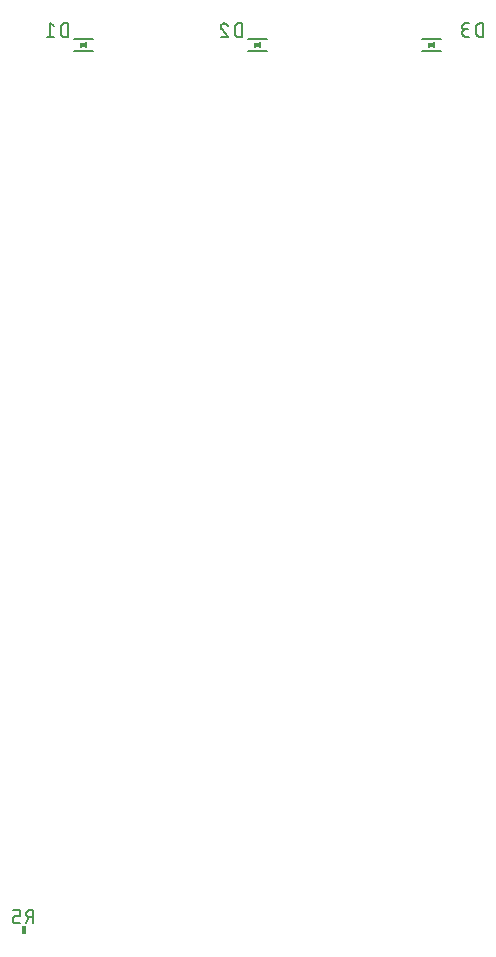
<source format=gbr>
G04 EAGLE Gerber RS-274X export*
G75*
%MOMM*%
%FSLAX34Y34*%
%LPD*%
%INSilkscreen Bottom*%
%IPPOS*%
%AMOC8*
5,1,8,0,0,1.08239X$1,22.5*%
G01*
%ADD10C,0.127000*%
%ADD11C,0.152400*%
%ADD12R,0.406400X0.711200*%

G36*
X911351Y962576D02*
X911351Y962576D01*
X911451Y962579D01*
X911462Y962584D01*
X911475Y962585D01*
X911566Y962626D01*
X911658Y962664D01*
X911668Y962672D01*
X911680Y962678D01*
X911751Y962748D01*
X911824Y962815D01*
X911830Y962827D01*
X911839Y962836D01*
X911881Y962926D01*
X911927Y963015D01*
X911929Y963029D01*
X911934Y963039D01*
X911937Y963086D01*
X911954Y963200D01*
X911954Y967200D01*
X911937Y967298D01*
X911923Y967397D01*
X911917Y967408D01*
X911915Y967421D01*
X911864Y967507D01*
X911817Y967594D01*
X911807Y967603D01*
X911800Y967614D01*
X911723Y967677D01*
X911648Y967743D01*
X911636Y967747D01*
X911626Y967755D01*
X911532Y967787D01*
X911439Y967823D01*
X911426Y967823D01*
X911414Y967827D01*
X911315Y967824D01*
X911215Y967825D01*
X911201Y967821D01*
X911189Y967821D01*
X911146Y967803D01*
X911036Y967767D01*
X907036Y965767D01*
X907001Y965741D01*
X906960Y965722D01*
X906911Y965674D01*
X906857Y965633D01*
X906833Y965596D01*
X906801Y965564D01*
X906772Y965502D01*
X906735Y965445D01*
X906725Y965401D01*
X906706Y965361D01*
X906701Y965293D01*
X906686Y965226D01*
X906692Y965181D01*
X906689Y965137D01*
X906708Y965071D01*
X906717Y965003D01*
X906738Y964964D01*
X906750Y964921D01*
X906791Y964866D01*
X906823Y964806D01*
X906857Y964776D01*
X906883Y964740D01*
X906954Y964691D01*
X906992Y964657D01*
X907013Y964649D01*
X907036Y964633D01*
X911036Y962633D01*
X911132Y962605D01*
X911226Y962573D01*
X911239Y962573D01*
X911252Y962569D01*
X911351Y962576D01*
G37*
G36*
X764031Y962576D02*
X764031Y962576D01*
X764131Y962579D01*
X764142Y962584D01*
X764155Y962585D01*
X764246Y962626D01*
X764338Y962664D01*
X764348Y962672D01*
X764360Y962678D01*
X764431Y962748D01*
X764504Y962815D01*
X764510Y962827D01*
X764519Y962836D01*
X764561Y962926D01*
X764607Y963015D01*
X764609Y963029D01*
X764614Y963039D01*
X764617Y963086D01*
X764634Y963200D01*
X764634Y967200D01*
X764617Y967298D01*
X764603Y967397D01*
X764597Y967408D01*
X764595Y967421D01*
X764544Y967507D01*
X764497Y967594D01*
X764487Y967603D01*
X764480Y967614D01*
X764403Y967677D01*
X764328Y967743D01*
X764316Y967747D01*
X764306Y967755D01*
X764212Y967787D01*
X764119Y967823D01*
X764106Y967823D01*
X764094Y967827D01*
X763995Y967824D01*
X763895Y967825D01*
X763881Y967821D01*
X763869Y967821D01*
X763826Y967803D01*
X763716Y967767D01*
X759716Y965767D01*
X759681Y965741D01*
X759640Y965722D01*
X759591Y965674D01*
X759537Y965633D01*
X759513Y965596D01*
X759481Y965564D01*
X759452Y965502D01*
X759415Y965445D01*
X759405Y965401D01*
X759386Y965361D01*
X759381Y965293D01*
X759366Y965226D01*
X759372Y965181D01*
X759369Y965137D01*
X759388Y965071D01*
X759397Y965003D01*
X759418Y964964D01*
X759430Y964921D01*
X759471Y964866D01*
X759503Y964806D01*
X759537Y964776D01*
X759563Y964740D01*
X759634Y964691D01*
X759672Y964657D01*
X759693Y964649D01*
X759716Y964633D01*
X763716Y962633D01*
X763812Y962605D01*
X763906Y962573D01*
X763919Y962573D01*
X763932Y962569D01*
X764031Y962576D01*
G37*
G36*
X616711Y962576D02*
X616711Y962576D01*
X616811Y962579D01*
X616822Y962584D01*
X616835Y962585D01*
X616926Y962626D01*
X617018Y962664D01*
X617028Y962672D01*
X617040Y962678D01*
X617111Y962748D01*
X617184Y962815D01*
X617190Y962827D01*
X617199Y962836D01*
X617241Y962926D01*
X617287Y963015D01*
X617289Y963029D01*
X617294Y963039D01*
X617297Y963086D01*
X617314Y963200D01*
X617314Y967200D01*
X617297Y967298D01*
X617283Y967397D01*
X617277Y967408D01*
X617275Y967421D01*
X617224Y967507D01*
X617177Y967594D01*
X617167Y967603D01*
X617160Y967614D01*
X617083Y967677D01*
X617008Y967743D01*
X616996Y967747D01*
X616986Y967755D01*
X616892Y967787D01*
X616799Y967823D01*
X616786Y967823D01*
X616774Y967827D01*
X616675Y967824D01*
X616575Y967825D01*
X616561Y967821D01*
X616549Y967821D01*
X616506Y967803D01*
X616396Y967767D01*
X612396Y965767D01*
X612361Y965741D01*
X612320Y965722D01*
X612271Y965674D01*
X612217Y965633D01*
X612193Y965596D01*
X612161Y965564D01*
X612132Y965502D01*
X612095Y965445D01*
X612085Y965401D01*
X612066Y965361D01*
X612061Y965293D01*
X612046Y965226D01*
X612052Y965181D01*
X612049Y965137D01*
X612068Y965071D01*
X612077Y965003D01*
X612098Y964964D01*
X612110Y964921D01*
X612151Y964866D01*
X612183Y964806D01*
X612217Y964776D01*
X612243Y964740D01*
X612314Y964691D01*
X612352Y964657D01*
X612373Y964649D01*
X612396Y964633D01*
X616396Y962633D01*
X616492Y962605D01*
X616586Y962573D01*
X616599Y962573D01*
X616612Y962569D01*
X616711Y962576D01*
G37*
D10*
X622680Y970200D02*
X606680Y970200D01*
X606680Y960200D02*
X622680Y960200D01*
X612680Y963200D02*
X612680Y967200D01*
D11*
X601218Y972312D02*
X601218Y983488D01*
X598114Y983488D01*
X598003Y983486D01*
X597893Y983480D01*
X597782Y983470D01*
X597672Y983456D01*
X597563Y983439D01*
X597454Y983417D01*
X597346Y983392D01*
X597240Y983362D01*
X597134Y983329D01*
X597029Y983292D01*
X596926Y983252D01*
X596825Y983207D01*
X596725Y983160D01*
X596626Y983108D01*
X596530Y983053D01*
X596436Y982995D01*
X596344Y982934D01*
X596254Y982869D01*
X596166Y982801D01*
X596081Y982730D01*
X595999Y982656D01*
X595919Y982579D01*
X595842Y982499D01*
X595768Y982417D01*
X595697Y982332D01*
X595629Y982244D01*
X595564Y982154D01*
X595503Y982062D01*
X595445Y981968D01*
X595390Y981872D01*
X595338Y981773D01*
X595291Y981673D01*
X595246Y981572D01*
X595206Y981469D01*
X595169Y981364D01*
X595136Y981258D01*
X595106Y981152D01*
X595081Y981044D01*
X595059Y980935D01*
X595042Y980826D01*
X595028Y980716D01*
X595018Y980605D01*
X595012Y980495D01*
X595010Y980384D01*
X595009Y980384D02*
X595009Y975416D01*
X595010Y975416D02*
X595012Y975305D01*
X595018Y975195D01*
X595028Y975084D01*
X595042Y974974D01*
X595059Y974865D01*
X595081Y974756D01*
X595106Y974648D01*
X595136Y974542D01*
X595169Y974436D01*
X595206Y974331D01*
X595246Y974228D01*
X595291Y974127D01*
X595338Y974027D01*
X595390Y973928D01*
X595445Y973832D01*
X595503Y973738D01*
X595564Y973646D01*
X595629Y973556D01*
X595697Y973468D01*
X595768Y973383D01*
X595842Y973301D01*
X595919Y973221D01*
X595999Y973144D01*
X596081Y973070D01*
X596166Y972999D01*
X596254Y972931D01*
X596344Y972866D01*
X596436Y972805D01*
X596530Y972747D01*
X596626Y972692D01*
X596725Y972640D01*
X596825Y972593D01*
X596926Y972548D01*
X597029Y972508D01*
X597134Y972471D01*
X597240Y972438D01*
X597346Y972408D01*
X597454Y972383D01*
X597563Y972361D01*
X597672Y972344D01*
X597782Y972330D01*
X597893Y972320D01*
X598003Y972314D01*
X598114Y972312D01*
X601218Y972312D01*
X589407Y981004D02*
X586303Y983488D01*
X586303Y972312D01*
X589407Y972312D02*
X583198Y972312D01*
D10*
X754000Y970200D02*
X770000Y970200D01*
X770000Y960200D02*
X754000Y960200D01*
X760000Y963200D02*
X760000Y967200D01*
D11*
X748538Y972312D02*
X748538Y983488D01*
X745434Y983488D01*
X745323Y983486D01*
X745213Y983480D01*
X745102Y983470D01*
X744992Y983456D01*
X744883Y983439D01*
X744774Y983417D01*
X744666Y983392D01*
X744560Y983362D01*
X744454Y983329D01*
X744349Y983292D01*
X744246Y983252D01*
X744145Y983207D01*
X744045Y983160D01*
X743946Y983108D01*
X743850Y983053D01*
X743756Y982995D01*
X743664Y982934D01*
X743574Y982869D01*
X743486Y982801D01*
X743401Y982730D01*
X743319Y982656D01*
X743239Y982579D01*
X743162Y982499D01*
X743088Y982417D01*
X743017Y982332D01*
X742949Y982244D01*
X742884Y982154D01*
X742823Y982062D01*
X742765Y981968D01*
X742710Y981872D01*
X742658Y981773D01*
X742611Y981673D01*
X742566Y981572D01*
X742526Y981469D01*
X742489Y981364D01*
X742456Y981258D01*
X742426Y981152D01*
X742401Y981044D01*
X742379Y980935D01*
X742362Y980826D01*
X742348Y980716D01*
X742338Y980605D01*
X742332Y980495D01*
X742330Y980384D01*
X742329Y980384D02*
X742329Y975416D01*
X742330Y975416D02*
X742332Y975305D01*
X742338Y975195D01*
X742348Y975084D01*
X742362Y974974D01*
X742379Y974865D01*
X742401Y974756D01*
X742426Y974648D01*
X742456Y974542D01*
X742489Y974436D01*
X742526Y974331D01*
X742566Y974228D01*
X742611Y974127D01*
X742658Y974027D01*
X742710Y973928D01*
X742765Y973832D01*
X742823Y973738D01*
X742884Y973646D01*
X742949Y973556D01*
X743017Y973468D01*
X743088Y973383D01*
X743162Y973301D01*
X743239Y973221D01*
X743319Y973144D01*
X743401Y973070D01*
X743486Y972999D01*
X743574Y972931D01*
X743664Y972866D01*
X743756Y972805D01*
X743850Y972747D01*
X743946Y972692D01*
X744045Y972640D01*
X744145Y972593D01*
X744246Y972548D01*
X744349Y972508D01*
X744454Y972471D01*
X744560Y972438D01*
X744666Y972408D01*
X744774Y972383D01*
X744883Y972361D01*
X744992Y972344D01*
X745102Y972330D01*
X745213Y972320D01*
X745323Y972314D01*
X745434Y972312D01*
X748538Y972312D01*
X733312Y983488D02*
X733208Y983486D01*
X733103Y983480D01*
X732999Y983470D01*
X732896Y983457D01*
X732793Y983439D01*
X732690Y983418D01*
X732589Y983393D01*
X732488Y983364D01*
X732389Y983331D01*
X732291Y983295D01*
X732195Y983255D01*
X732100Y983211D01*
X732006Y983164D01*
X731915Y983114D01*
X731826Y983060D01*
X731738Y983003D01*
X731653Y982942D01*
X731570Y982878D01*
X731490Y982812D01*
X731412Y982742D01*
X731336Y982670D01*
X731264Y982594D01*
X731194Y982516D01*
X731128Y982436D01*
X731064Y982353D01*
X731003Y982268D01*
X730946Y982180D01*
X730892Y982091D01*
X730842Y982000D01*
X730795Y981906D01*
X730751Y981811D01*
X730711Y981715D01*
X730675Y981617D01*
X730642Y981518D01*
X730613Y981417D01*
X730588Y981316D01*
X730567Y981213D01*
X730549Y981110D01*
X730536Y981007D01*
X730526Y980903D01*
X730520Y980798D01*
X730518Y980694D01*
X733312Y983489D02*
X733431Y983487D01*
X733549Y983481D01*
X733668Y983471D01*
X733786Y983458D01*
X733903Y983440D01*
X734020Y983418D01*
X734136Y983393D01*
X734251Y983364D01*
X734366Y983331D01*
X734479Y983294D01*
X734590Y983254D01*
X734701Y983210D01*
X734809Y983162D01*
X734916Y983111D01*
X735022Y983056D01*
X735125Y982997D01*
X735227Y982936D01*
X735326Y982871D01*
X735424Y982802D01*
X735518Y982731D01*
X735611Y982656D01*
X735701Y982579D01*
X735788Y982498D01*
X735873Y982415D01*
X735955Y982329D01*
X736034Y982240D01*
X736110Y982149D01*
X736183Y982055D01*
X736252Y981959D01*
X736319Y981860D01*
X736382Y981760D01*
X736442Y981657D01*
X736499Y981553D01*
X736551Y981446D01*
X736601Y981338D01*
X736647Y981229D01*
X736689Y981117D01*
X736727Y981005D01*
X731449Y978521D02*
X731374Y978595D01*
X731302Y978672D01*
X731232Y978751D01*
X731165Y978833D01*
X731101Y978917D01*
X731040Y979003D01*
X730982Y979091D01*
X730927Y979182D01*
X730875Y979274D01*
X730827Y979368D01*
X730782Y979463D01*
X730740Y979561D01*
X730702Y979659D01*
X730667Y979759D01*
X730636Y979860D01*
X730609Y979962D01*
X730585Y980065D01*
X730564Y980168D01*
X730548Y980273D01*
X730535Y980378D01*
X730525Y980483D01*
X730520Y980588D01*
X730518Y980694D01*
X731449Y978521D02*
X736727Y972312D01*
X730518Y972312D01*
D10*
X901320Y970200D02*
X917320Y970200D01*
X917320Y960200D02*
X901320Y960200D01*
X907320Y963200D02*
X907320Y967200D01*
D11*
X953008Y972312D02*
X953008Y983488D01*
X949904Y983488D01*
X949793Y983486D01*
X949683Y983480D01*
X949572Y983470D01*
X949462Y983456D01*
X949353Y983439D01*
X949244Y983417D01*
X949136Y983392D01*
X949030Y983362D01*
X948924Y983329D01*
X948819Y983292D01*
X948716Y983252D01*
X948615Y983207D01*
X948515Y983160D01*
X948416Y983108D01*
X948320Y983053D01*
X948226Y982995D01*
X948134Y982934D01*
X948044Y982869D01*
X947956Y982801D01*
X947871Y982730D01*
X947789Y982656D01*
X947709Y982579D01*
X947632Y982499D01*
X947558Y982417D01*
X947487Y982332D01*
X947419Y982244D01*
X947354Y982154D01*
X947293Y982062D01*
X947235Y981968D01*
X947180Y981872D01*
X947128Y981773D01*
X947081Y981673D01*
X947036Y981572D01*
X946996Y981469D01*
X946959Y981364D01*
X946926Y981258D01*
X946896Y981152D01*
X946871Y981044D01*
X946849Y980935D01*
X946832Y980826D01*
X946818Y980716D01*
X946808Y980605D01*
X946802Y980495D01*
X946800Y980384D01*
X946799Y980384D02*
X946799Y975416D01*
X946800Y975416D02*
X946802Y975305D01*
X946808Y975195D01*
X946818Y975084D01*
X946832Y974974D01*
X946849Y974865D01*
X946871Y974756D01*
X946896Y974648D01*
X946926Y974542D01*
X946959Y974436D01*
X946996Y974331D01*
X947036Y974228D01*
X947081Y974127D01*
X947128Y974027D01*
X947180Y973928D01*
X947235Y973832D01*
X947293Y973738D01*
X947354Y973646D01*
X947419Y973556D01*
X947487Y973468D01*
X947558Y973383D01*
X947632Y973301D01*
X947709Y973221D01*
X947789Y973144D01*
X947871Y973070D01*
X947956Y972999D01*
X948044Y972931D01*
X948134Y972866D01*
X948226Y972805D01*
X948320Y972747D01*
X948416Y972692D01*
X948515Y972640D01*
X948615Y972593D01*
X948716Y972548D01*
X948819Y972508D01*
X948924Y972471D01*
X949030Y972438D01*
X949136Y972408D01*
X949244Y972383D01*
X949353Y972361D01*
X949462Y972344D01*
X949572Y972330D01*
X949683Y972320D01*
X949793Y972314D01*
X949904Y972312D01*
X953008Y972312D01*
X941197Y972312D02*
X938093Y972312D01*
X937982Y972314D01*
X937872Y972320D01*
X937761Y972330D01*
X937651Y972344D01*
X937542Y972361D01*
X937433Y972383D01*
X937325Y972408D01*
X937219Y972438D01*
X937113Y972471D01*
X937008Y972508D01*
X936905Y972548D01*
X936804Y972593D01*
X936704Y972640D01*
X936605Y972692D01*
X936509Y972747D01*
X936415Y972805D01*
X936323Y972866D01*
X936233Y972931D01*
X936145Y972999D01*
X936060Y973070D01*
X935978Y973144D01*
X935898Y973221D01*
X935821Y973301D01*
X935747Y973383D01*
X935676Y973468D01*
X935608Y973556D01*
X935543Y973646D01*
X935482Y973738D01*
X935424Y973832D01*
X935369Y973928D01*
X935317Y974027D01*
X935270Y974127D01*
X935225Y974228D01*
X935185Y974331D01*
X935148Y974436D01*
X935115Y974542D01*
X935085Y974648D01*
X935060Y974756D01*
X935038Y974865D01*
X935021Y974974D01*
X935007Y975084D01*
X934997Y975195D01*
X934991Y975305D01*
X934989Y975416D01*
X934991Y975527D01*
X934997Y975637D01*
X935007Y975748D01*
X935021Y975858D01*
X935038Y975967D01*
X935060Y976076D01*
X935085Y976184D01*
X935115Y976290D01*
X935148Y976396D01*
X935185Y976501D01*
X935225Y976604D01*
X935270Y976705D01*
X935317Y976805D01*
X935369Y976904D01*
X935424Y977000D01*
X935482Y977094D01*
X935543Y977186D01*
X935608Y977276D01*
X935676Y977364D01*
X935747Y977449D01*
X935821Y977531D01*
X935898Y977611D01*
X935978Y977688D01*
X936060Y977762D01*
X936145Y977833D01*
X936233Y977901D01*
X936323Y977966D01*
X936415Y978027D01*
X936509Y978085D01*
X936605Y978140D01*
X936704Y978192D01*
X936804Y978239D01*
X936905Y978284D01*
X937008Y978324D01*
X937113Y978361D01*
X937219Y978394D01*
X937325Y978424D01*
X937433Y978449D01*
X937542Y978471D01*
X937651Y978488D01*
X937761Y978502D01*
X937872Y978512D01*
X937982Y978518D01*
X938093Y978520D01*
X937472Y983488D02*
X941197Y983488D01*
X937472Y983488D02*
X937373Y983486D01*
X937275Y983480D01*
X937176Y983470D01*
X937079Y983457D01*
X936981Y983439D01*
X936885Y983418D01*
X936789Y983392D01*
X936695Y983363D01*
X936602Y983331D01*
X936510Y983294D01*
X936420Y983254D01*
X936331Y983210D01*
X936244Y983163D01*
X936159Y983113D01*
X936077Y983059D01*
X935996Y983002D01*
X935918Y982942D01*
X935842Y982878D01*
X935769Y982812D01*
X935698Y982743D01*
X935630Y982671D01*
X935566Y982596D01*
X935504Y982519D01*
X935445Y982440D01*
X935390Y982358D01*
X935337Y982274D01*
X935289Y982189D01*
X935243Y982101D01*
X935201Y982011D01*
X935163Y981920D01*
X935129Y981828D01*
X935098Y981734D01*
X935071Y981639D01*
X935047Y981543D01*
X935028Y981446D01*
X935012Y981349D01*
X935000Y981251D01*
X934992Y981152D01*
X934988Y981053D01*
X934988Y980955D01*
X934992Y980856D01*
X935000Y980757D01*
X935012Y980659D01*
X935028Y980562D01*
X935047Y980465D01*
X935071Y980369D01*
X935098Y980274D01*
X935129Y980180D01*
X935163Y980088D01*
X935201Y979997D01*
X935243Y979907D01*
X935289Y979819D01*
X935337Y979734D01*
X935390Y979650D01*
X935445Y979568D01*
X935504Y979489D01*
X935566Y979412D01*
X935630Y979337D01*
X935698Y979265D01*
X935769Y979196D01*
X935842Y979130D01*
X935918Y979066D01*
X935996Y979006D01*
X936077Y978949D01*
X936159Y978895D01*
X936244Y978845D01*
X936331Y978798D01*
X936420Y978754D01*
X936510Y978714D01*
X936602Y978677D01*
X936695Y978645D01*
X936789Y978616D01*
X936885Y978590D01*
X936981Y978569D01*
X937079Y978551D01*
X937176Y978538D01*
X937275Y978528D01*
X937373Y978522D01*
X937472Y978520D01*
X937472Y978521D02*
X939955Y978521D01*
D12*
X563880Y215900D03*
D11*
X572008Y221742D02*
X572008Y232918D01*
X568904Y232918D01*
X568793Y232916D01*
X568683Y232910D01*
X568572Y232900D01*
X568462Y232886D01*
X568353Y232869D01*
X568244Y232847D01*
X568136Y232822D01*
X568030Y232792D01*
X567924Y232759D01*
X567819Y232722D01*
X567716Y232682D01*
X567615Y232637D01*
X567515Y232590D01*
X567416Y232538D01*
X567320Y232483D01*
X567226Y232425D01*
X567134Y232364D01*
X567044Y232299D01*
X566956Y232231D01*
X566871Y232160D01*
X566789Y232086D01*
X566709Y232009D01*
X566632Y231929D01*
X566558Y231847D01*
X566487Y231762D01*
X566419Y231674D01*
X566354Y231584D01*
X566293Y231492D01*
X566235Y231398D01*
X566180Y231302D01*
X566128Y231203D01*
X566081Y231103D01*
X566036Y231002D01*
X565996Y230899D01*
X565959Y230794D01*
X565926Y230688D01*
X565896Y230582D01*
X565871Y230474D01*
X565849Y230365D01*
X565832Y230256D01*
X565818Y230146D01*
X565808Y230035D01*
X565802Y229925D01*
X565800Y229814D01*
X565802Y229703D01*
X565808Y229593D01*
X565818Y229482D01*
X565832Y229372D01*
X565849Y229263D01*
X565871Y229154D01*
X565896Y229046D01*
X565926Y228940D01*
X565959Y228834D01*
X565996Y228729D01*
X566036Y228626D01*
X566081Y228525D01*
X566128Y228425D01*
X566180Y228326D01*
X566235Y228230D01*
X566293Y228136D01*
X566354Y228044D01*
X566419Y227954D01*
X566487Y227866D01*
X566558Y227781D01*
X566632Y227699D01*
X566709Y227619D01*
X566789Y227542D01*
X566871Y227468D01*
X566956Y227397D01*
X567044Y227329D01*
X567134Y227264D01*
X567226Y227203D01*
X567320Y227145D01*
X567416Y227090D01*
X567515Y227038D01*
X567615Y226991D01*
X567716Y226946D01*
X567819Y226906D01*
X567924Y226869D01*
X568030Y226836D01*
X568136Y226806D01*
X568244Y226781D01*
X568353Y226759D01*
X568462Y226742D01*
X568572Y226728D01*
X568683Y226718D01*
X568793Y226712D01*
X568904Y226710D01*
X568904Y226709D02*
X572008Y226709D01*
X568283Y226709D02*
X565799Y221742D01*
X560670Y221742D02*
X556945Y221742D01*
X556847Y221744D01*
X556750Y221750D01*
X556653Y221759D01*
X556556Y221773D01*
X556460Y221790D01*
X556365Y221811D01*
X556271Y221835D01*
X556177Y221864D01*
X556085Y221896D01*
X555994Y221931D01*
X555905Y221970D01*
X555817Y222013D01*
X555731Y222059D01*
X555647Y222108D01*
X555565Y222161D01*
X555485Y222216D01*
X555407Y222275D01*
X555332Y222337D01*
X555259Y222402D01*
X555189Y222470D01*
X555121Y222540D01*
X555056Y222613D01*
X554994Y222688D01*
X554935Y222766D01*
X554880Y222846D01*
X554827Y222928D01*
X554778Y223012D01*
X554732Y223098D01*
X554689Y223186D01*
X554650Y223275D01*
X554615Y223366D01*
X554583Y223458D01*
X554554Y223552D01*
X554530Y223646D01*
X554509Y223741D01*
X554492Y223837D01*
X554478Y223934D01*
X554469Y224031D01*
X554463Y224128D01*
X554461Y224226D01*
X554461Y225467D01*
X554463Y225565D01*
X554469Y225662D01*
X554478Y225759D01*
X554492Y225856D01*
X554509Y225952D01*
X554530Y226047D01*
X554554Y226141D01*
X554583Y226235D01*
X554615Y226327D01*
X554650Y226418D01*
X554689Y226507D01*
X554732Y226595D01*
X554778Y226681D01*
X554827Y226765D01*
X554880Y226847D01*
X554935Y226927D01*
X554994Y227005D01*
X555056Y227080D01*
X555121Y227153D01*
X555189Y227223D01*
X555259Y227291D01*
X555332Y227356D01*
X555407Y227418D01*
X555485Y227477D01*
X555565Y227532D01*
X555647Y227585D01*
X555731Y227634D01*
X555817Y227680D01*
X555905Y227723D01*
X555994Y227762D01*
X556085Y227797D01*
X556177Y227829D01*
X556271Y227858D01*
X556365Y227882D01*
X556460Y227903D01*
X556556Y227920D01*
X556653Y227934D01*
X556750Y227943D01*
X556847Y227949D01*
X556945Y227951D01*
X560670Y227951D01*
X560670Y232918D01*
X554461Y232918D01*
M02*

</source>
